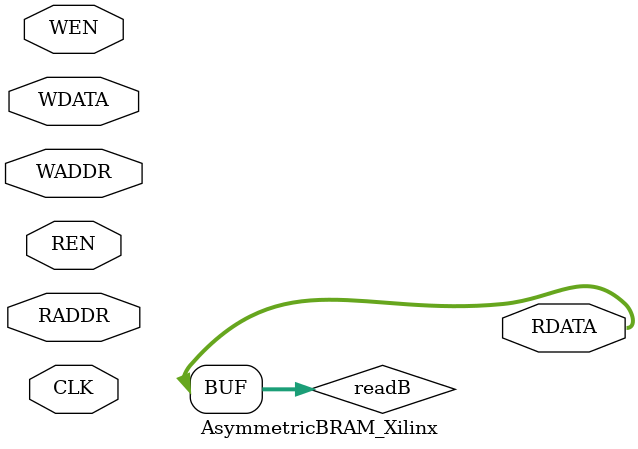
<source format=v>

module AsymmetricBRAM_Xilinx(
	CLK,
	RADDR,
	RDATA,
	REN,
	WADDR,
	WDATA,
	WEN
);
parameter	PIPELINED   = 'd 0;
parameter	FORWARDING  = 'd 0;
parameter	WADDR_WIDTH = 'd 0;
parameter	WDATA_WIDTH = 'd 0;
parameter	RADDR_WIDTH = 'd 0;
parameter	RDATA_WIDTH = 'd 0;
parameter	MEMSIZE     = 'd 1;
parameter	REGISTERED  = (PIPELINED  == 0) ? "UNREGISTERED":"CLOCK0";
input   CLK;
input	[RADDR_WIDTH-1:0]   RADDR;
output	[RDATA_WIDTH-1:0]   RDATA;
input	REN;
input	[WADDR_WIDTH-1:0]   WADDR;
input	[WDATA_WIDTH-1:0]   WDATA;
input   WEN;

`define max(a,b) {(a) > (b) ? (a) : (b)}
`define min(a,b) {(a) < (b) ? (a) : (b)}

function integer log2;
input integer value;
reg [31:0] shifted;
integer res;
begin
	if (value < 2)
		log2 = value;
	else
	begin
		shifted = value-1;
		for (res=0; shifted>0; res=res+1)
			shifted = shifted>>1;
		log2 = res;
	end
end
endfunction

localparam maxWIDTH = `max(WDATA_WIDTH, RDATA_WIDTH);
localparam minWIDTH = `min(WDATA_WIDTH, RDATA_WIDTH);

localparam RATIO = maxWIDTH / minWIDTH;
localparam log2RATIO = log2(RATIO);

reg [minWIDTH-1:0] RAM [0:MEMSIZE-1];
reg [RDATA_WIDTH-1:0] readB;

always @(posedge CLK)
begin
	if (WEN) begin
		RAM[WADDR] <= WDATA;
	end
end


always @(posedge CLK)
begin : ramread
	integer i;
	reg [log2RATIO-1:0] lsbaddr;
	if (REN) begin
		for (i = 0; i < RATIO; i = i+1) begin 
			lsbaddr = i;
			readB[(i+1)*minWIDTH-1 -: minWIDTH] <= RAM[{RADDR, lsbaddr}];
		end
	end
end
assign	RDATA = readB;

endmodule


</source>
